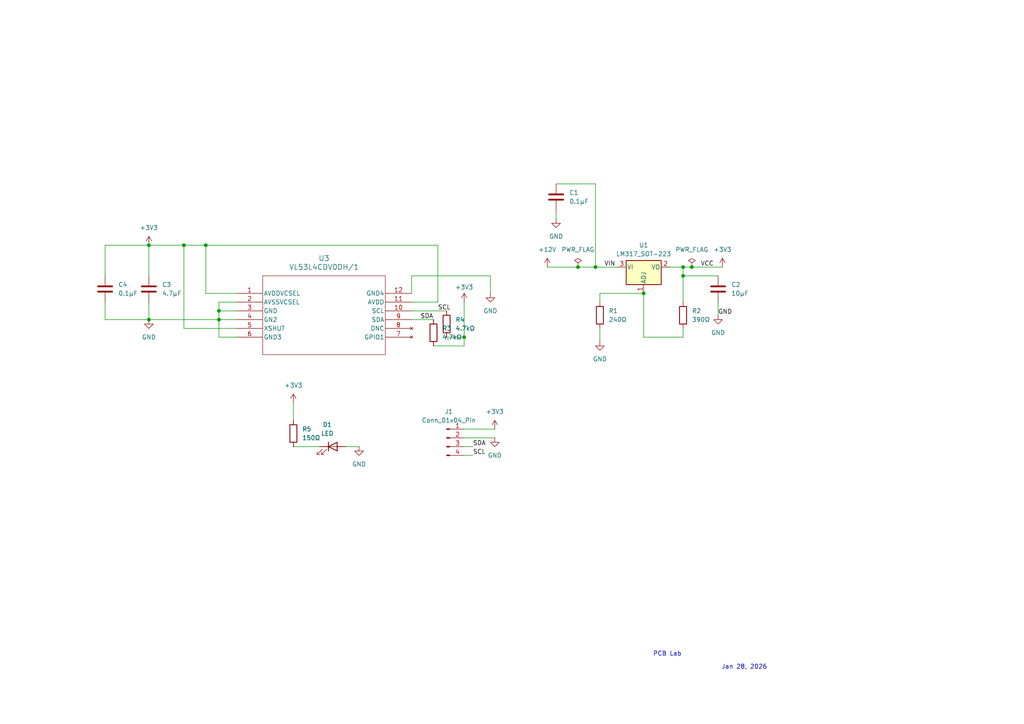
<source format=kicad_sch>
(kicad_sch (version 20250114) (generator "eeschema") (generator_version "9.0")
  (paper "A4")
  (lib_symbols
    (symbol "Connector:Conn_01x04_Pin" (pin_names (offset 1.016) (hide yes))
      (property "Reference" "J" (at 0 5.08 0))
      (property "Value" "Conn_01x04_Pin" (at 0 -7.62 0))
      (symbol "Conn_01x04_Pin_1_1"
        (rectangle (start 0.8636 2.667) (end 0 2.413) (stroke (width 0.1524)) (fill (type outline)))
        (rectangle (start 0.8636 0.127) (end 0 -0.127) (stroke (width 0.1524)) (fill (type outline)))
        (rectangle (start 0.8636 -2.413) (end 0 -2.667) (stroke (width 0.1524)) (fill (type outline)))
        (rectangle (start 0.8636 -4.953) (end 0 -5.207) (stroke (width 0.1524)) (fill (type outline)))
        (polyline (pts (xy 1.27 2.54) (xy 0.8636 2.54)) (stroke (width 0.1524)))
        (polyline (pts (xy 1.27 0) (xy 0.8636 0)) (stroke (width 0.1524)))
        (polyline (pts (xy 1.27 -2.54) (xy 0.8636 -2.54)) (stroke (width 0.1524)))
        (polyline (pts (xy 1.27 -5.08) (xy 0.8636 -5.08)) (stroke (width 0.1524)))
        (pin passive line (at 5.08 2.54 180) (length 3.81) (name "Pin_1") (number "1"))
        (pin passive line (at 5.08 0 180) (length 3.81) (name "Pin_2") (number "2"))
        (pin passive line (at 5.08 -2.54 180) (length 3.81) (name "Pin_3") (number "3"))
        (pin passive line (at 5.08 -5.08 180) (length 3.81) (name "Pin_4") (number "4"))
      )
    )
    (symbol "Device:C" (pin_numbers (hide yes)) (pin_names (offset 0.254))
      (property "Reference" "C" (at 0.635 2.54 0))
      (property "Value" "C" (at 0.635 -2.54 0))
      (symbol "C_0_1"
        (polyline (pts (xy -2.032 0.762) (xy 2.032 0.762)) (stroke (width 0.508)))
        (polyline (pts (xy -2.032 -0.762) (xy 2.032 -0.762)) (stroke (width 0.508)))
      )
      (symbol "C_1_1"
        (pin passive line (at 0 3.81 270) (length 2.794) (name "~") (number "1"))
        (pin passive line (at 0 -3.81 90) (length 2.794) (name "~") (number "2"))
      )
    )
    (symbol "Device:LED" (pin_numbers (hide yes)) (pin_names (offset 1.016) (hide yes))
      (property "Reference" "D" (at 0 2.54 0))
      (property "Value" "LED" (at 0 -2.54 0))
      (symbol "LED_0_1"
        (polyline (pts (xy -3.048 -0.762) (xy -4.572 -2.286) (xy -3.81 -2.286) (xy -4.572 -2.286) (xy -4.572 -1.524)))
        (polyline (pts (xy -1.778 -0.762) (xy -3.302 -2.286) (xy -2.54 -2.286) (xy -3.302 -2.286) (xy -3.302 -1.524)))
        (polyline (pts (xy -1.27 0) (xy 1.27 0)))
        (polyline (pts (xy -1.27 -1.27) (xy -1.27 1.27)) (stroke (width 0.254)))
        (polyline (pts (xy 1.27 -1.27) (xy 1.27 1.27) (xy -1.27 0) (xy 1.27 -1.27)) (stroke (width 0.254)))
      )
      (symbol "LED_1_1"
        (pin passive line (at -3.81 0 0) (length 2.54) (name "K") (number "1"))
        (pin passive line (at 3.81 0 180) (length 2.54) (name "A") (number "2"))
      )
    )
    (symbol "Device:R" (pin_numbers (hide yes)) (pin_names (offset 0))
      (property "Reference" "R" (at 2.032 0 90))
      (property "Value" "R" (at 0 0 90))
      (symbol "R_0_1"
        (rectangle (start -1.016 -2.54) (end 1.016 2.54) (stroke (width 0.254)))
      )
      (symbol "R_1_1"
        (pin passive line (at 0 3.81 270) (length 1.27) (name "~") (number "1"))
        (pin passive line (at 0 -3.81 90) (length 1.27) (name "~") (number "2"))
      )
    )
    (symbol "Regulator_Linear:LM317_SOT-223" (pin_names (offset 0.254))
      (property "Reference" "U" (at -3.81 3.175 0))
      (property "Value" "LM317_SOT-223" (at 0 3.175 0))
      (symbol "LM317_SOT-223_0_1"
        (rectangle (start -5.08 1.905) (end 5.08 -5.08) (stroke (width 0.254)) (fill (type background)))
      )
      (symbol "LM317_SOT-223_1_1"
        (pin power_in line (at -7.62 0 0) (length 2.54) (name "VI") (number "3"))
        (pin input line (at 0 -7.62 90) (length 2.54) (name "ADJ") (number "1"))
        (pin power_out line (at 7.62 0 180) (length 2.54) (name "VO") (number "2"))
      )
    )
    (symbol "Sensor_Distance:VL53L4CDV0DH_1" (pin_names (offset 0.254))
      (property "Reference" "U3" (at 25.4 10.16 0))
      (property "Value" "VL53L4CDV0DH/1" (at 25.4 7.62 0))
      (symbol "VL53L4CDV0DH_1_0_1"
        (polyline (pts (xy 7.62 5.08) (xy 7.62 -17.78)) (stroke (width 0.127)))
        (polyline (pts (xy 7.62 -17.78) (xy 43.18 -17.78)) (stroke (width 0.127)))
        (polyline (pts (xy 43.18 5.08) (xy 7.62 5.08)) (stroke (width 0.127)))
        (polyline (pts (xy 43.18 -17.78) (xy 43.18 5.08)) (stroke (width 0.127)))
        (pin power_in line (at 0 0 0) (length 7.62) (name "AVDDVCSEL") (number "1"))
        (pin power_out line (at 0 -2.54 0) (length 7.62) (name "AVSSVCSEL") (number "2"))
        (pin power_out line (at 0 -5.08 0) (length 7.62) (name "GND") (number "3"))
        (pin power_out line (at 0 -7.62 0) (length 7.62) (name "GN2") (number "4"))
        (pin unspecified line (at 0 -10.16 0) (length 7.62) (name "XSHUT") (number "5"))
        (pin power_out line (at 0 -12.7 0) (length 7.62) (name "GND3") (number "6"))
        (pin power_out line (at 50.8 0 180) (length 7.62) (name "GND4") (number "12"))
        (pin power_in line (at 50.8 -2.54 180) (length 7.62) (name "AVDD") (number "11"))
        (pin bidirectional line (at 50.8 -5.08 180) (length 7.62) (name "SCL") (number "10"))
        (pin bidirectional line (at 50.8 -7.62 180) (length 7.62) (name "SDA") (number "9"))
        (pin no_connect line (at 50.8 -10.16 180) (length 7.62) (name "DNC") (number "8"))
      )
      (symbol "VL53L4CDV0DH_1_1_1"
        (pin no_connect line (at 50.8 -12.7 180) (length 7.62) (name "GPIO1") (number "7"))
      )
    )
    (symbol "power:+12V" (power) (pin_numbers (hide yes)) (pin_names (offset 0) (hide yes))
      (property "Value" "+12V" (at 0 3.556 0))
      (symbol "+12V_0_1"
        (polyline (pts (xy -0.762 1.27) (xy 0 2.54)))
        (polyline (pts (xy 0 2.54) (xy 0.762 1.27)))
        (polyline (pts (xy 0 0) (xy 0 2.54)))
      )
      (symbol "+12V_1_1"
        (pin power_in line (at 0 0 90) (length 0) (name "~") (number "1"))
      )
    )
    (symbol "power:+3V3" (power) (pin_numbers (hide yes)) (pin_names (offset 0) (hide yes))
      (property "Value" "+3V3" (at 0 3.556 0))
      (symbol "+3V3_0_1"
        (polyline (pts (xy -0.762 1.27) (xy 0 2.54)))
        (polyline (pts (xy 0 2.54) (xy 0.762 1.27)))
        (polyline (pts (xy 0 0) (xy 0 2.54)))
      )
      (symbol "+3V3_1_1"
        (pin power_in line (at 0 0 90) (length 0) (name "~") (number "1"))
      )
    )
    (symbol "power:GND" (power) (pin_numbers (hide yes)) (pin_names (offset 0) (hide yes))
      (property "Value" "GND" (at 0 -3.81 0))
      (symbol "GND_0_1"
        (polyline (pts (xy 0 0) (xy 0 -1.27) (xy 1.27 -1.27) (xy 0 -2.54) (xy -1.27 -1.27) (xy 0 -1.27)))
      )
      (symbol "GND_1_1"
        (pin power_in line (at 0 0 270) (length 0) (name "~") (number "1"))
      )
    )
    (symbol "power:PWR_FLAG" (power) (pin_numbers (hide yes)) (pin_names (offset 0) (hide yes))
      (property "Value" "PWR_FLAG" (at 0 3.81 0))
      (symbol "PWR_FLAG_0_0"
        (pin power_out line (at 0 0 90) (length 0) (name "~") (number "1"))
      )
      (symbol "PWR_FLAG_0_1"
        (polyline (pts (xy 0 0) (xy 0 1.27) (xy -1.016 1.905) (xy 0 2.54) (xy 1.016 1.905) (xy 0 1.27)))
      )
    )
  )
  (text "PCB Lab" (at 193.548 189.738 0) (effects (font (size 1.27 1.27))))
  (text "Jan 28, 2026\n" (at 215.9 193.548 0) (effects (font (size 1.27 1.27))))
  (junction (at 59.69 71.12))
  (junction (at 63.5 90.17))
  (junction (at 167.64 77.47))
  (junction (at 172.72 77.47))
  (junction (at 43.18 71.12))
  (junction (at 200.66 77.47))
  (junction (at 198.12 77.47))
  (junction (at 198.12 80.01))
  (junction (at 186.69 85.09))
  (junction (at 134.62 97.79))
  (junction (at 53.34 71.12))
  (junction (at 63.5 92.71))
  (junction (at 43.18 92.71))
  (wire (pts (xy 68.58 95.25) (xy 53.34 95.25)))
  (wire (pts (xy 173.99 87.63) (xy 173.99 85.09)))
  (wire (pts (xy 161.29 53.34) (xy 172.72 53.34)))
  (wire (pts (xy 134.62 132.08) (xy 137.16 132.08)))
  (wire (pts (xy 85.09 116.84) (xy 85.09 121.92)))
  (wire (pts (xy 59.69 85.09) (xy 68.58 85.09)))
  (wire (pts (xy 68.58 90.17) (xy 63.5 90.17)))
  (wire (pts (xy 63.5 97.79) (xy 63.5 92.71)))
  (wire (pts (xy 85.09 129.54) (xy 92.71 129.54)))
  (wire (pts (xy 134.62 129.54) (xy 137.16 129.54)))
  (wire (pts (xy 43.18 71.12) (xy 43.18 80.01)))
  (wire (pts (xy 172.72 77.47) (xy 179.07 77.47)))
  (wire (pts (xy 63.5 92.71) (xy 63.5 90.17)))
  (wire (pts (xy 198.12 80.01) (xy 198.12 87.63)))
  (wire (pts (xy 198.12 77.47) (xy 200.66 77.47)))
  (wire (pts (xy 173.99 95.25) (xy 173.99 99.06)))
  (wire (pts (xy 100.33 129.54) (xy 104.14 129.54)))
  (wire (pts (xy 43.18 92.71) (xy 63.5 92.71)))
  (wire (pts (xy 30.48 80.01) (xy 30.48 71.12)))
  (wire (pts (xy 119.38 80.01) (xy 142.24 80.01)))
  (wire (pts (xy 198.12 80.01) (xy 208.28 80.01)))
  (wire (pts (xy 134.62 100.33) (xy 134.62 97.79)))
  (wire (pts (xy 59.69 71.12) (xy 53.34 71.12)))
  (wire (pts (xy 63.5 87.63) (xy 68.58 87.63)))
  (wire (pts (xy 63.5 90.17) (xy 63.5 87.63)))
  (wire (pts (xy 30.48 87.63) (xy 30.48 92.71)))
  (wire (pts (xy 53.34 95.25) (xy 53.34 71.12)))
  (wire (pts (xy 119.38 87.63) (xy 127 87.63)))
  (wire (pts (xy 158.75 77.47) (xy 167.64 77.47)))
  (wire (pts (xy 59.69 85.09) (xy 59.69 71.12)))
  (wire (pts (xy 173.99 85.09) (xy 186.69 85.09)))
  (wire (pts (xy 142.24 80.01) (xy 142.24 85.09)))
  (wire (pts (xy 208.28 87.63) (xy 208.28 91.44)))
  (wire (pts (xy 172.72 53.34) (xy 172.72 77.47)))
  (wire (pts (xy 129.54 97.79) (xy 134.62 97.79)))
  (wire (pts (xy 198.12 77.47) (xy 198.12 80.01)))
  (wire (pts (xy 30.48 71.12) (xy 43.18 71.12)))
  (wire (pts (xy 134.62 97.79) (xy 134.62 87.63)))
  (wire (pts (xy 167.64 77.47) (xy 172.72 77.47)))
  (wire (pts (xy 194.31 77.47) (xy 198.12 77.47)))
  (wire (pts (xy 68.58 92.71) (xy 63.5 92.71)))
  (wire (pts (xy 127 87.63) (xy 127 71.12)))
  (wire (pts (xy 127 71.12) (xy 59.69 71.12)))
  (wire (pts (xy 119.38 90.17) (xy 129.54 90.17)))
  (wire (pts (xy 198.12 97.79) (xy 186.69 97.79)))
  (wire (pts (xy 186.69 97.79) (xy 186.69 85.09)))
  (wire (pts (xy 30.48 92.71) (xy 43.18 92.71)))
  (wire (pts (xy 134.62 124.46) (xy 143.51 124.46)))
  (wire (pts (xy 119.38 80.01) (xy 119.38 85.09)))
  (wire (pts (xy 198.12 97.79) (xy 198.12 95.25)))
  (wire (pts (xy 200.66 77.47) (xy 209.55 77.47)))
  (wire (pts (xy 68.58 97.79) (xy 63.5 97.79)))
  (wire (pts (xy 43.18 87.63) (xy 43.18 92.71)))
  (wire (pts (xy 53.34 71.12) (xy 43.18 71.12)))
  (wire (pts (xy 119.38 92.71) (xy 125.73 92.71)))
  (wire (pts (xy 134.62 127) (xy 143.51 127)))
  (wire (pts (xy 125.73 100.33) (xy 134.62 100.33)))
  (wire (pts (xy 161.29 60.96) (xy 161.29 63.5)))
  (label "SCL" (at 127 90.17 0))
  (label "VCC" (at 203.2 77.47 0))
  (label "GND" (at 208.28 91.44 0))
  (label "VIN" (at 175.26 77.47 0))
  (label "SDA" (at 137.16 129.54 0))
  (label "SDA" (at 121.92 92.71 0))
  (label "SCL" (at 137.16 132.08 0))
  (symbol (lib_id "power:+3V3") (at 43.18 71.12 0) (unit 1)
    (property "Reference" "#PWR09" (effects (hide yes)))
    (property "Value" "+3V3" (at 43.18 66.04 0))
    (property "Description" "Power symbol creates a global label with name \"+3V3\"" (effects (hide yes)))
  )
  (symbol (lib_id "power:PWR_FLAG") (at 200.66 77.47 0) (unit 1)
    (property "Reference" "#FLG02" (effects (hide yes)))
    (property "Value" "PWR_FLAG" (at 200.66 72.39 0))
    (property "Description" "Special symbol for telling ERC where power comes from" (effects (hide yes)))
  )
  (symbol (lib_id "power:GND") (at 142.24 85.09 0) (unit 1)
    (property "Reference" "#PWR010" (effects (hide yes)))
    (property "Value" "GND" (at 142.24 90.17 0))
    (property "Description" "Power symbol creates a global label with name \"GND\" , ground" (effects (hide yes)))
  )
  (symbol (lib_id "Device:LED") (at 96.52 129.54 0) (unit 1)
    (property "Reference" "D1" (at 94.9325 123.19 0))
    (property "Value" "LED" (at 94.9325 125.73 0))
    (property "Footprint" "LED_SMD:LED_0805_2012Metric" (effects (hide yes)))
    (property "Description" "Light emitting diode" (effects (hide yes)))
    (property "Sim.Pins" "1=K 2=A" (effects (hide yes)))
  )
  (symbol (lib_id "Sensor_Distance:VL53L4CDV0DH_1") (at 68.58 85.09 0) (unit 1)
    (property "Reference" "U3" (at 93.98 74.93 0) (effects (font (size 1.524 1.524))))
    (property "Value" "VL53L4CDV0DH/1" (at 93.98 77.47 0) (effects (font (size 1.524 1.524))))
    (property "Footprint" "ul_VL53L4CDV0DH-1:LGA12_STM" (effects (hide yes)))
  )
  (symbol (lib_id "power:GND") (at 43.18 92.71 0) (unit 1)
    (property "Reference" "#PWR08" (effects (hide yes)))
    (property "Value" "GND" (at 43.18 97.79 0))
    (property "Description" "Power symbol creates a global label with name \"GND\" , ground" (effects (hide yes)))
  )
  (symbol (lib_id "Device:R") (at 85.09 125.73 0) (unit 1)
    (property "Reference" "R5" (at 87.63 124.4599 0) (effects (justify left)))
    (property "Value" "150Ω" (at 87.63 126.9999 0) (effects (justify left)))
    (property "Footprint" "Resistor_SMD:R_0805_2012Metric" (effects (hide yes)))
    (property "Description" "Resistor" (effects (hide yes)))
  )
  (symbol (lib_id "Device:R") (at 198.12 91.44 0) (unit 1)
    (property "Reference" "R2" (at 200.66 90.1699 0) (effects (justify left)))
    (property "Value" "390Ω" (at 200.66 92.7099 0) (effects (justify left)))
    (property "Footprint" "Resistor_SMD:R_0805_2012Metric" (effects (hide yes)))
    (property "Description" "Resistor" (effects (hide yes)))
  )
  (symbol (lib_id "Device:R") (at 125.73 96.52 0) (unit 1)
    (property "Reference" "R3" (at 128.27 95.2499 0) (effects (justify left)))
    (property "Value" "4.7kΩ" (at 128.27 97.7899 0) (effects (justify left)))
    (property "Footprint" "Resistor_SMD:R_0805_2012Metric" (effects (hide yes)))
    (property "Description" "Resistor" (effects (hide yes)))
  )
  (symbol (lib_id "Device:C") (at 30.48 83.82 0) (unit 1)
    (property "Reference" "C4" (at 34.29 82.5499 0) (effects (justify left)))
    (property "Value" "0.1µF" (at 34.29 85.0899 0) (effects (justify left)))
    (property "Footprint" "Capacitor_SMD:C_0805_2012Metric" (effects (hide yes)))
    (property "Description" "Unpolarized capacitor" (effects (hide yes)))
  )
  (symbol (lib_id "power:GND") (at 143.51 127 0) (unit 1)
    (property "Reference" "#PWR012" (effects (hide yes)))
    (property "Value" "GND" (at 143.51 132.08 0))
    (property "Description" "Power symbol creates a global label with name \"GND\" , ground" (effects (hide yes)))
  )
  (symbol (lib_id "Device:R") (at 129.54 93.98 0) (unit 1)
    (property "Reference" "R4" (at 132.08 92.7099 0) (effects (justify left)))
    (property "Value" "4.7kΩ" (at 132.08 95.2499 0) (effects (justify left)))
    (property "Footprint" "Resistor_SMD:R_0805_2012Metric" (effects (hide yes)))
    (property "Description" "Resistor" (effects (hide yes)))
  )
  (symbol (lib_id "Regulator_Linear:LM317_SOT-223") (at 186.69 77.47 0) (unit 1)
    (property "Reference" "U1" (at 186.69 71.12 0))
    (property "Value" "LM317_SOT-223" (at 186.69 73.66 0))
    (property "Footprint" "Package_TO_SOT_SMD:SOT-223-3_TabPin2" (effects (hide yes)))
    (property "Datasheet" "http://www.ti.com/lit/ds/symlink/lm317.pdf" (effects (hide yes)))
    (property "Description" "1.5A 35V Adjustable Linear Regulator, SOT-223" (effects (hide yes)))
  )
  (symbol (lib_id "power:+3V3") (at 134.62 87.63 0) (unit 1)
    (property "Reference" "#PWR011" (effects (hide yes)))
    (property "Value" "+3V3" (at 134.62 83.312 0))
    (property "Description" "Power symbol creates a global label with name \"+3V3\"" (effects (hide yes)))
  )
  (symbol (lib_id "Device:C") (at 161.29 57.15 0) (unit 1)
    (property "Reference" "C1" (at 165.1 55.8799 0) (effects (justify left)))
    (property "Value" "0.1µF" (at 165.1 58.4199 0) (effects (justify left)))
    (property "Footprint" "Capacitor_SMD:C_0805_2012Metric" (effects (hide yes)))
    (property "Description" "Unpolarized capacitor" (effects (hide yes)))
  )
  (symbol (lib_id "Device:C") (at 43.18 83.82 0) (unit 1)
    (property "Reference" "C3" (at 46.99 82.5499 0) (effects (justify left)))
    (property "Value" "4.7µF" (at 46.99 85.0899 0) (effects (justify left)))
    (property "Footprint" "Capacitor_SMD:C_0805_2012Metric" (effects (hide yes)))
    (property "Description" "Unpolarized capacitor" (effects (hide yes)))
  )
  (symbol (lib_id "power:+3V3") (at 143.51 124.46 0) (unit 1)
    (property "Reference" "#PWR013" (effects (hide yes)))
    (property "Value" "+3V3" (at 143.51 119.38 0))
    (property "Description" "Power symbol creates a global label with name \"+3V3\"" (effects (hide yes)))
  )
  (symbol (lib_id "Device:C") (at 208.28 83.82 0) (unit 1)
    (property "Reference" "C2" (at 212.09 82.5499 0) (effects (justify left)))
    (property "Value" "10µF" (at 212.09 85.0899 0) (effects (justify left)))
    (property "Footprint" "Capacitor_SMD:C_0805_2012Metric" (effects (hide yes)))
    (property "Description" "Unpolarized capacitor" (effects (hide yes)))
  )
  (symbol (lib_id "Connector:Conn_01x04_Pin") (at 129.54 127 0) (unit 1)
    (property "Reference" "J1" (at 130.175 119.38 0))
    (property "Value" "Conn_01x04_Pin" (at 130.175 121.92 0))
    (property "Footprint" "Connector_PinHeader_2.54mm:PinHeader_1x04_P2.54mm_Horizontal" (effects (hide yes)))
    (property "Description" "Generic connector, single row, 01x04, script generated" (effects (hide yes)))
  )
  (symbol (lib_id "Device:R") (at 173.99 91.44 0) (unit 1)
    (property "Reference" "R1" (at 176.53 90.1699 0) (effects (justify left)))
    (property "Value" "240Ω" (at 176.53 92.7099 0) (effects (justify left)))
    (property "Footprint" "Resistor_SMD:R_0805_2012Metric" (effects (hide yes)))
    (property "Description" "Resistor" (effects (hide yes)))
  )
  (symbol (lib_id "power:+3V3") (at 209.55 77.47 0) (unit 1)
    (property "Reference" "#PWR03" (effects (hide yes)))
    (property "Value" "+3V3" (at 209.55 72.39 0))
    (property "Description" "Power symbol creates a global label with name \"+3V3\"" (effects (hide yes)))
  )
  (symbol (lib_id "power:+12V") (at 158.75 77.47 0) (unit 1)
    (property "Reference" "#PWR01" (effects (hide yes)))
    (property "Value" "+12V" (at 158.75 72.39 0))
    (property "Description" "Power symbol creates a global label with name \"+12V\"" (effects (hide yes)))
  )
  (symbol (lib_id "power:GND") (at 173.99 99.06 0) (unit 1)
    (property "Reference" "#PWR04" (effects (hide yes)))
    (property "Value" "GND" (at 173.99 104.14 0))
    (property "Description" "Power symbol creates a global label with name \"GND\" , ground" (effects (hide yes)))
  )
  (symbol (lib_id "power:GND") (at 161.29 63.5 0) (unit 1)
    (property "Reference" "#PWR05" (effects (hide yes)))
    (property "Value" "GND" (at 161.29 68.58 0))
    (property "Description" "Power symbol creates a global label with name \"GND\" , ground" (effects (hide yes)))
  )
  (symbol (lib_id "power:GND") (at 104.14 129.54 0) (unit 1)
    (property "Reference" "#PWR07" (effects (hide yes)))
    (property "Value" "GND" (at 104.14 134.62 0))
    (property "Description" "Power symbol creates a global label with name \"GND\" , ground" (effects (hide yes)))
  )
  (symbol (lib_id "power:+3V3") (at 85.09 116.84 0) (unit 1)
    (property "Reference" "#PWR02" (effects (hide yes)))
    (property "Value" "+3V3" (at 85.09 111.76 0))
    (property "Description" "Power symbol creates a global label with name \"+3V3\"" (effects (hide yes)))
  )
  (symbol (lib_id "power:GND") (at 208.28 91.44 0) (unit 1)
    (property "Reference" "#PWR06" (effects (hide yes)))
    (property "Value" "GND" (at 208.28 96.52 0))
    (property "Description" "Power symbol creates a global label with name \"GND\" , ground" (effects (hide yes)))
  )
  (symbol (lib_id "power:PWR_FLAG") (at 167.64 77.47 0) (unit 1)
    (property "Reference" "#FLG01" (effects (hide yes)))
    (property "Value" "PWR_FLAG" (at 167.64 72.39 0))
    (property "Description" "Special symbol for telling ERC where power comes from" (effects (hide yes)))
  )
)
</source>
